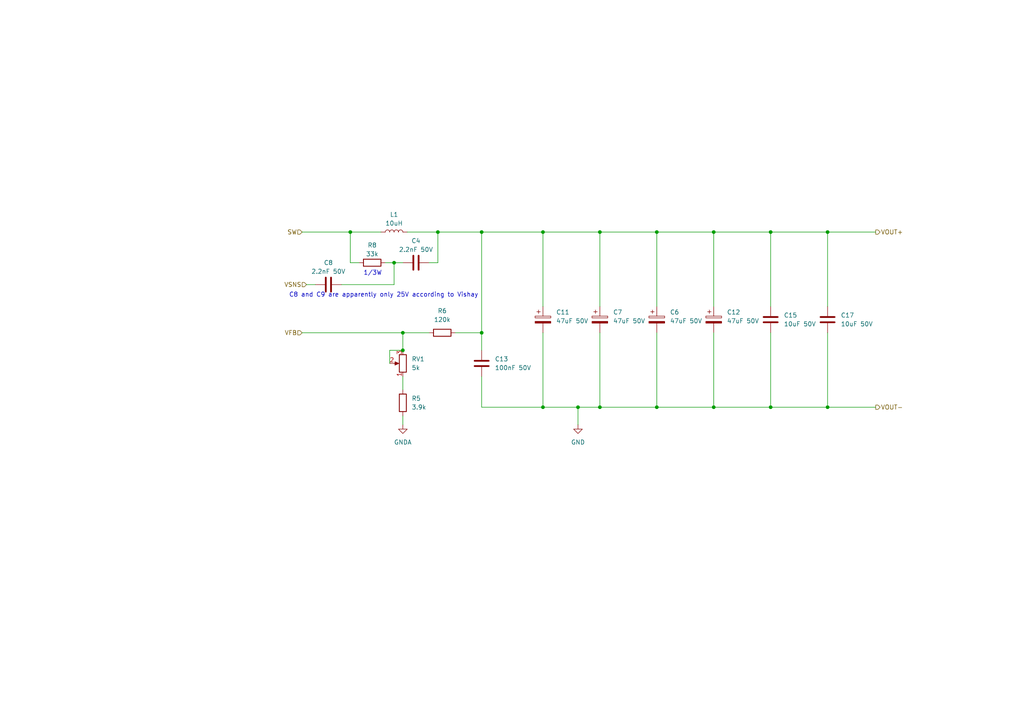
<source format=kicad_sch>
(kicad_sch (version 20211123) (generator eeschema)
  (paper "A4")
  (lib_symbols
    (symbol "Device:C" (pin_numbers hide) (pin_names (offset 0.254))
      (property "Reference" "C" (at 0.635 2.54 0))
      (property "Value" "C" (at 0.635 -2.54 0))
      (symbol "C_0_1"
        (polyline (pts (xy -2.032 -0.762) (xy 2.032 -0.762)) (stroke (width 0.508)))
        (polyline (pts (xy -2.032 0.762) (xy 2.032 0.762)) (stroke (width 0.508)))
      )
      (symbol "C_1_1"
        (pin passive line (at 0 3.81 270) (length 2.794) (name "~") (number "1"))
        (pin passive line (at 0 -3.81 90) (length 2.794) (name "~") (number "2"))
      )
    )
    (symbol "Device:C_Polarized" (pin_numbers hide) (pin_names (offset 0.254))
      (property "Reference" "C" (at 0.635 2.54 0))
      (property "Value" "C_Polarized" (at 0.635 -2.54 0))
      (symbol "C_Polarized_0_1"
        (rectangle (start -2.286 0.508) (end 2.286 1.016))
        (polyline (pts (xy -1.778 2.286) (xy -0.762 2.286)))
        (polyline (pts (xy -1.27 2.794) (xy -1.27 1.778)))
        (rectangle (start 2.286 -0.508) (end -2.286 -1.016) (fill (type outline)))
      )
      (symbol "C_Polarized_1_1"
        (pin passive line (at 0 3.81 270) (length 2.794) (name "~") (number "1"))
        (pin passive line (at 0 -3.81 90) (length 2.794) (name "~") (number "2"))
      )
    )
    (symbol "Device:L" (pin_numbers hide) (pin_names (offset 1.016) hide)
      (property "Reference" "L" (at -1.27 0 90))
      (property "Value" "L" (at 1.905 0 90))
      (symbol "L_0_1"
        (arc (start 0 -2.54) (mid 0.635 -1.905) (end 0 -1.27))
        (arc (start 0 -1.27) (mid 0.635 -0.635) (end 0 0))
        (arc (start 0 0) (mid 0.635 0.635) (end 0 1.27))
        (arc (start 0 1.27) (mid 0.635 1.905) (end 0 2.54))
      )
      (symbol "L_1_1"
        (pin passive line (at 0 3.81 270) (length 1.27) (name "1") (number "1"))
        (pin passive line (at 0 -3.81 90) (length 1.27) (name "2") (number "2"))
      )
    )
    (symbol "Device:R" (pin_numbers hide) (pin_names (offset 0))
      (property "Reference" "R" (at 2.032 0 90))
      (property "Value" "R" (at 0 0 90))
      (symbol "R_0_1"
        (rectangle (start -1.016 -2.54) (end 1.016 2.54) (stroke (width 0.254)))
      )
      (symbol "R_1_1"
        (pin passive line (at 0 3.81 270) (length 1.27) (name "~") (number "1"))
        (pin passive line (at 0 -3.81 90) (length 1.27) (name "~") (number "2"))
      )
    )
    (symbol "Device:R_Potentiometer" (pin_names (offset 1.016) hide)
      (property "Reference" "RV" (at -4.445 0 90))
      (property "Value" "R_Potentiometer" (at -2.54 0 90))
      (symbol "R_Potentiometer_0_1"
        (polyline (pts (xy 2.54 0) (xy 1.524 0)))
        (polyline (pts (xy 1.143 0) (xy 2.286 0.508) (xy 2.286 -0.508) (xy 1.143 0)) (fill (type outline)))
        (rectangle (start 1.016 2.54) (end -1.016 -2.54) (stroke (width 0.254)))
      )
      (symbol "R_Potentiometer_1_1"
        (pin passive line (at 0 3.81 270) (length 1.27) (name "1") (number "1"))
        (pin passive line (at 3.81 0 180) (length 1.27) (name "2") (number "2"))
        (pin passive line (at 0 -3.81 90) (length 1.27) (name "3") (number "3"))
      )
    )
    (symbol "power:GND" (power) (pin_names (offset 0))
      (property "Value" "GND" (at 0 -3.81 0))
      (symbol "GND_0_1"
        (polyline (pts (xy 0 0) (xy 0 -1.27) (xy 1.27 -1.27) (xy 0 -2.54) (xy -1.27 -1.27) (xy 0 -1.27)))
      )
      (symbol "GND_1_1"
        (pin power_in line (at 0 0 270) (length 0) hide (name "GND") (number "1"))
      )
    )
    (symbol "power:GNDA" (power) (pin_names (offset 0))
      (property "Value" "GNDA" (at 0 -3.81 0))
      (symbol "GNDA_0_1"
        (polyline (pts (xy 0 0) (xy 0 -1.27) (xy 1.27 -1.27) (xy 0 -2.54) (xy -1.27 -1.27) (xy 0 -1.27)))
      )
      (symbol "GNDA_1_1"
        (pin power_in line (at 0 0 270) (length 0) hide (name "GNDA") (number "1"))
      )
    )
  )
  (junction (at 116.84 96.52))
  (junction (at 167.64 118.11))
  (junction (at 127 67.31))
  (junction (at 101.6 67.31))
  (junction (at 240.03 67.31))
  (junction (at 139.7 96.52))
  (junction (at 157.48 67.31))
  (junction (at 116.84 101.6))
  (junction (at 207.01 118.11))
  (junction (at 190.5 67.31))
  (junction (at 240.03 118.11))
  (junction (at 114.3 76.2))
  (junction (at 173.99 67.31))
  (junction (at 223.52 118.11))
  (junction (at 190.5 118.11))
  (junction (at 139.7 67.31))
  (junction (at 157.48 118.11))
  (junction (at 207.01 67.31))
  (junction (at 223.52 67.31))
  (junction (at 173.99 118.11))
  (wire (pts (xy 88.9 82.55) (xy 91.44 82.55)))
  (wire (pts (xy 240.03 96.52) (xy 240.03 118.11)))
  (wire (pts (xy 101.6 67.31) (xy 101.6 76.2)))
  (wire (pts (xy 116.84 120.65) (xy 116.84 123.19)))
  (wire (pts (xy 157.48 67.31) (xy 173.99 67.31)))
  (wire (pts (xy 116.84 109.22) (xy 116.84 113.03)))
  (wire (pts (xy 190.5 96.52) (xy 190.5 118.11)))
  (wire (pts (xy 223.52 118.11) (xy 240.03 118.11)))
  (wire (pts (xy 101.6 76.2) (xy 104.14 76.2)))
  (wire (pts (xy 116.84 96.52) (xy 116.84 101.6)))
  (wire (pts (xy 114.3 76.2) (xy 116.84 76.2)))
  (wire (pts (xy 157.48 96.52) (xy 157.48 118.11)))
  (wire (pts (xy 113.03 105.41) (xy 113.03 101.6)))
  (wire (pts (xy 173.99 118.11) (xy 190.5 118.11)))
  (wire (pts (xy 207.01 96.52) (xy 207.01 118.11)))
  (wire (pts (xy 167.64 118.11) (xy 173.99 118.11)))
  (wire (pts (xy 124.46 76.2) (xy 127 76.2)))
  (wire (pts (xy 223.52 96.52) (xy 223.52 118.11)))
  (wire (pts (xy 157.48 67.31) (xy 157.48 88.9)))
  (wire (pts (xy 139.7 67.31) (xy 139.7 96.52)))
  (wire (pts (xy 190.5 67.31) (xy 190.5 88.9)))
  (wire (pts (xy 173.99 67.31) (xy 173.99 88.9)))
  (wire (pts (xy 240.03 67.31) (xy 254 67.31)))
  (wire (pts (xy 101.6 67.31) (xy 110.49 67.31)))
  (wire (pts (xy 139.7 118.11) (xy 157.48 118.11)))
  (wire (pts (xy 190.5 67.31) (xy 207.01 67.31)))
  (wire (pts (xy 139.7 96.52) (xy 139.7 101.6)))
  (wire (pts (xy 167.64 118.11) (xy 167.64 123.19)))
  (wire (pts (xy 113.03 101.6) (xy 116.84 101.6)))
  (wire (pts (xy 223.52 67.31) (xy 223.52 88.9)))
  (wire (pts (xy 240.03 67.31) (xy 240.03 88.9)))
  (wire (pts (xy 99.06 82.55) (xy 114.3 82.55)))
  (wire (pts (xy 207.01 118.11) (xy 223.52 118.11)))
  (wire (pts (xy 173.99 96.52) (xy 173.99 118.11)))
  (wire (pts (xy 127 67.31) (xy 127 76.2)))
  (wire (pts (xy 207.01 67.31) (xy 223.52 67.31)))
  (wire (pts (xy 114.3 82.55) (xy 114.3 76.2)))
  (wire (pts (xy 207.01 67.31) (xy 207.01 88.9)))
  (wire (pts (xy 87.63 67.31) (xy 101.6 67.31)))
  (wire (pts (xy 116.84 96.52) (xy 124.46 96.52)))
  (wire (pts (xy 173.99 67.31) (xy 190.5 67.31)))
  (wire (pts (xy 223.52 67.31) (xy 240.03 67.31)))
  (wire (pts (xy 111.76 76.2) (xy 114.3 76.2)))
  (wire (pts (xy 87.63 96.52) (xy 116.84 96.52)))
  (wire (pts (xy 139.7 109.22) (xy 139.7 118.11)))
  (wire (pts (xy 127 67.31) (xy 139.7 67.31)))
  (wire (pts (xy 190.5 118.11) (xy 207.01 118.11)))
  (wire (pts (xy 139.7 67.31) (xy 157.48 67.31)))
  (wire (pts (xy 157.48 118.11) (xy 167.64 118.11)))
  (wire (pts (xy 132.08 96.52) (xy 139.7 96.52)))
  (wire (pts (xy 240.03 118.11) (xy 254 118.11)))
  (wire (pts (xy 118.11 67.31) (xy 127 67.31)))
  (text "C8 and C9 are apparently only 25V according to Vishay" (at 83.82 86.36 0) (effects (font (size 1.27 1.27)) (justify left bottom)))
  (text "1/3W" (at 105.41 80.01 0) (effects (font (size 1.27 1.27)) (justify left bottom)))
  (hierarchical_label "SW" (shape input) (at 87.63 67.31 180))
  (hierarchical_label "VOUT+" (shape output) (at 254 67.31 0))
  (hierarchical_label "VSNS" (shape input) (at 88.9 82.55 180))
  (hierarchical_label "VFB" (shape input) (at 87.63 96.52 180))
  (hierarchical_label "VOUT-" (shape output) (at 254 118.11 0))
  (symbol (lib_id "Device:C_Polarized") (at 190.5 92.71 0) (unit 1)
    (property "Reference" "C6" (at 194.31 90.5509 0) (effects (justify left)))
    (property "Value" "47uF 50V" (at 194.31 93.0909 0) (effects (justify left)))
    (property "Footprint" "Capacitor_THT:CP_Radial_D8.0mm_P3.50mm" (effects hide))
    (property "LCSC" "C46895" (effects hide))
  )
  (symbol (lib_id "Device:C_Polarized") (at 173.99 92.71 0) (unit 1)
    (property "Reference" "C7" (at 177.8 90.5509 0) (effects (justify left)))
    (property "Value" "47uF 50V" (at 177.8 93.0909 0) (effects (justify left)))
    (property "Footprint" "Capacitor_THT:CP_Radial_D8.0mm_P3.50mm" (effects hide))
    (property "LCSC" "C46895" (effects hide))
  )
  (symbol (lib_id "Device:R") (at 116.84 116.84 180) (unit 1)
    (property "Reference" "R5" (at 119.38 115.5699 0) (effects (justify right)))
    (property "Value" "3.9k" (at 119.38 118.1099 0) (effects (justify right)))
    (property "Footprint" "Resistor_SMD:R_0603_1608Metric" (effects hide))
    (property "LCSC" "C23018" (effects hide))
  )
  (symbol (lib_id "Device:C") (at 95.25 82.55 90) (unit 1)
    (property "Reference" "C8" (at 95.25 76.2 90))
    (property "Value" "2.2nF 50V" (at 95.25 78.74 90))
    (property "Footprint" "Capacitor_SMD:C_0603_1608Metric" (effects hide))
    (property "LCSC" "C107082" (effects hide))
  )
  (symbol (lib_id "Device:R") (at 128.27 96.52 90) (unit 1)
    (property "Reference" "R6" (at 128.27 90.17 90))
    (property "Value" "120k" (at 128.27 92.71 90))
    (property "Footprint" "Resistor_SMD:R_0603_1608Metric" (effects hide))
    (property "LCSC" "C25808" (effects hide))
  )
  (symbol (lib_id "power:GNDA") (at 116.84 123.19 0) (unit 1)
    (property "Reference" "#PWR014" (effects hide))
    (property "Value" "GNDA" (at 116.84 128.27 0))
  )
  (symbol (lib_id "power:GND") (at 167.64 123.19 0) (unit 1)
    (property "Reference" "#PWR015" (effects hide))
    (property "Value" "GND" (at 167.64 128.27 0))
  )
  (symbol (lib_id "Device:C") (at 139.7 105.41 0) (unit 1)
    (property "Reference" "C13" (at 143.51 104.1399 0) (effects (justify left)))
    (property "Value" "100nF 50V" (at 143.51 106.6799 0) (effects (justify left)))
    (property "Footprint" "Capacitor_SMD:C_0603_1608Metric" (effects hide))
    (property "LCSC" "C282519" (effects hide))
  )
  (symbol (lib_id "Device:R_Potentiometer") (at 116.84 105.41 180) (unit 1)
    (property "Reference" "RV1" (at 119.38 104.14 0) (effects (justify right)))
    (property "Value" "5k" (at 119.38 106.68 0) (effects (justify right)))
    (property "Footprint" "Potentiometer_SMD:Potentiometer_Bourns_TC33X_Vertical" (effects hide))
    (property "LCSC" "C719177" (effects hide))
  )
  (symbol (lib_id "Device:R") (at 107.95 76.2 90) (unit 1)
    (property "Reference" "R8" (at 107.95 71.12 90))
    (property "Value" "33k" (at 107.95 73.66 90))
    (property "Footprint" "Resistor_SMD:R_1210_3225Metric" (effects hide))
    (property "LCSC" "C2933818" (effects hide))
  )
  (symbol (lib_id "Device:C_Polarized") (at 157.48 92.71 0) (unit 1)
    (property "Reference" "C11" (at 161.29 90.5509 0) (effects (justify left)))
    (property "Value" "47uF 50V" (at 161.29 93.0909 0) (effects (justify left)))
    (property "Footprint" "Capacitor_THT:CP_Radial_D8.0mm_P3.50mm" (effects hide))
    (property "LCSC" "C46895" (effects hide))
  )
  (symbol (lib_id "Device:C") (at 223.52 92.71 0) (unit 1)
    (property "Reference" "C15" (at 227.33 91.4399 0) (effects (justify left)))
    (property "Value" "10uF 50V" (at 227.33 93.9799 0) (effects (justify left)))
    (property "Footprint" "Capacitor_SMD:C_1206_3216Metric" (effects hide))
    (property "LCSC" "C89632" (effects hide))
  )
  (symbol (lib_id "Device:C") (at 240.03 92.71 0) (unit 1)
    (property "Reference" "C17" (at 243.84 91.4399 0) (effects (justify left)))
    (property "Value" "10uF 50V" (at 243.84 93.9799 0) (effects (justify left)))
    (property "Footprint" "Capacitor_SMD:C_1206_3216Metric" (effects hide))
    (property "LCSC" "C89632" (effects hide))
  )
  (symbol (lib_id "Device:C_Polarized") (at 207.01 92.71 0) (unit 1)
    (property "Reference" "C12" (at 210.82 90.5509 0) (effects (justify left)))
    (property "Value" "47uF 50V" (at 210.82 93.0909 0) (effects (justify left)))
    (property "Footprint" "Capacitor_THT:CP_Radial_D8.0mm_P3.50mm" (effects hide))
    (property "LCSC" "C46895" (effects hide))
  )
  (symbol (lib_id "Device:L") (at 114.3 67.31 90) (unit 1)
    (property "Reference" "L1" (at 114.3 62.23 90))
    (property "Value" "10uH" (at 114.3 64.77 90))
    (property "Footprint" "Inductor_THT:L_Toroid_Vertical_L22.4mm_W10.2mm_P7.90mm_Vishay_TJ4" (effects hide))
    (property "LCSC" "C3011538" (effects hide))
  )
  (symbol (lib_id "Device:C") (at 120.65 76.2 270) (unit 1)
    (property "Reference" "C4" (at 120.65 69.85 90))
    (property "Value" "2.2nF 50V" (at 120.65 72.39 90))
    (property "Footprint" "Capacitor_SMD:C_0603_1608Metric" (effects hide))
    (property "LCSC" "C107082" (effects hide))
  )
)
</source>
